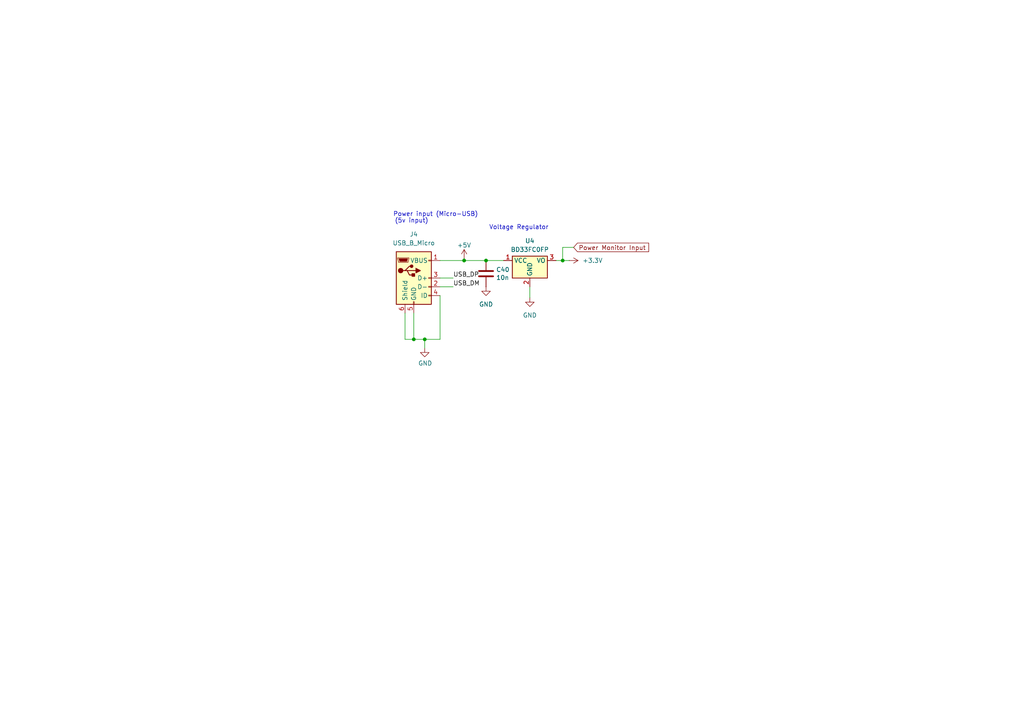
<source format=kicad_sch>
(kicad_sch (version 20250114) (generator "eeschema") (generator_version "9.0")
  (paper "A4")
  (lib_symbols
    (symbol "Connector:USB_B_Micro" (pin_names (offset 1.016))
      (property "Reference" "J2" (at 0 12.7 0))
      (property "Value" "USB_B_Micro" (at 0 10.16 0))
      (symbol "USB_B_Micro_0_1"
        (rectangle (start -5.08 -7.62) (end 5.08 7.62) (stroke (width 0.254)) (fill (type background)))
        (polyline (pts (xy -4.699 5.842) (xy -4.699 5.588) (xy -4.445 4.826) (xy -4.445 4.572) (xy -1.651 4.572) (xy -1.651 4.826) (xy -1.397 5.588) (xy -1.397 5.842) (xy -4.699 5.842)))
        (polyline (pts (xy -4.318 5.588) (xy -1.778 5.588) (xy -2.032 4.826) (xy -4.064 4.826) (xy -4.318 5.588)) (fill (type outline)))
        (circle (center -3.81 2.159) (radius 0.635) (stroke (width 0.254)) (fill (type outline)))
        (polyline (pts (xy -3.175 2.159) (xy -2.54 2.159) (xy -1.27 3.429) (xy -0.635 3.429)) (stroke (width 0.254)))
        (polyline (pts (xy -2.54 2.159) (xy -1.905 2.159) (xy -1.27 0.889) (xy 0 0.889)) (stroke (width 0.254)))
        (polyline (pts (xy -1.905 2.159) (xy 0.635 2.159)) (stroke (width 0.254)))
        (circle (center -0.635 3.429) (radius 0.381) (stroke (width 0.254)) (fill (type outline)))
        (rectangle (start -0.127 -7.62) (end 0.127 -6.858))
        (rectangle (start 0.254 1.27) (end -0.508 0.508) (stroke (width 0.254)) (fill (type outline)))
        (polyline (pts (xy 0.635 2.794) (xy 0.635 1.524) (xy 1.905 2.159) (xy 0.635 2.794)) (stroke (width 0.254)) (fill (type outline)))
        (rectangle (start 5.08 4.953) (end 4.318 5.207))
        (rectangle (start 5.08 -0.127) (end 4.318 0.127))
        (rectangle (start 5.08 -2.667) (end 4.318 -2.413))
        (rectangle (start 5.08 -5.207) (end 4.318 -4.953))
      )
      (symbol "USB_B_Micro_1_1"
        (pin passive line (at -2.54 -10.16 90) (length 2.54) (name "Shield") (number "6"))
        (pin power_out line (at 0 -10.16 90) (length 2.54) (name "GND") (number "5"))
        (pin power_out line (at 7.62 5.08 180) (length 2.54) (name "VBUS") (number "1"))
        (pin bidirectional line (at 7.62 0 180) (length 2.54) (name "D+") (number "3"))
        (pin bidirectional line (at 7.62 -2.54 180) (length 2.54) (name "D-") (number "2"))
        (pin passive line (at 7.62 -5.08 180) (length 2.54) (name "ID") (number "4"))
      )
    )
    (symbol "Device:C" (pin_numbers (hide yes)) (pin_names (offset 0.254))
      (property "Reference" "C" (at 0.635 2.54 0))
      (property "Value" "C" (at 0.635 -2.54 0))
      (symbol "C_0_1"
        (polyline (pts (xy -2.032 0.762) (xy 2.032 0.762)) (stroke (width 0.508)))
        (polyline (pts (xy -2.032 -0.762) (xy 2.032 -0.762)) (stroke (width 0.508)))
      )
      (symbol "C_1_1"
        (pin passive line (at 0 3.81 270) (length 2.794) (name "~") (number "1"))
        (pin passive line (at 0 -3.81 90) (length 2.794) (name "~") (number "2"))
      )
    )
    (symbol "Regulator_Linear:BD33FC0FP"
      (property "Reference" "U" (at 0 7.62 0))
      (property "Value" "BD33FC0FP" (at 0 5.08 0))
      (symbol "BD33FC0FP_1_1"
        (rectangle (start -5.08 -5.08) (end 5.08 1.27) (stroke (width 0.254)) (fill (type background)))
        (pin power_in line (at -7.62 0 0) (length 2.54) (name "VCC") (number "1"))
        (pin power_in line (at 0 -7.62 90) (length 2.54) (name "GND") (number "2"))
        (pin power_out line (at 7.62 0 180) (length 2.54) (name "VO") (number "3"))
      )
    )
    (symbol "power:+3.3V" (power) (pin_numbers (hide yes)) (pin_names (offset 0) (hide yes))
      (property "Value" "+3.3V" (at 0 3.556 0))
      (symbol "+3.3V_0_1"
        (polyline (pts (xy -0.762 1.27) (xy 0 2.54)))
        (polyline (pts (xy 0 2.54) (xy 0.762 1.27)))
        (polyline (pts (xy 0 0) (xy 0 2.54)))
      )
      (symbol "+3.3V_1_1"
        (pin power_in line (at 0 0 90) (length 0) (name "~") (number "1"))
      )
    )
    (symbol "power:+5V" (power) (pin_numbers (hide yes)) (pin_names (offset 0) (hide yes))
      (property "Value" "+5V" (at 0 3.556 0))
      (symbol "+5V_0_1"
        (polyline (pts (xy -0.762 1.27) (xy 0 2.54)))
        (polyline (pts (xy 0 2.54) (xy 0.762 1.27)))
        (polyline (pts (xy 0 0) (xy 0 2.54)))
      )
      (symbol "+5V_1_1"
        (pin power_in line (at 0 0 90) (length 0) (name "~") (number "1"))
      )
    )
    (symbol "power:GND" (power) (pin_numbers (hide yes)) (pin_names (offset 0) (hide yes))
      (property "Value" "GND" (at 0 -3.81 0))
      (symbol "GND_0_1"
        (polyline (pts (xy 0 0) (xy 0 -1.27) (xy 1.27 -1.27) (xy 0 -2.54) (xy -1.27 -1.27) (xy 0 -1.27)))
      )
      (symbol "GND_1_1"
        (pin power_in line (at 0 0 270) (length 0) (name "~") (number "1"))
      )
    )
  )
  (text "(5v input)" (at 119.38 64.135 0) (effects (font (size 1.27 1.27))))
  (text "Power input (Micro-USB)" (at 126.365 62.23 0) (effects (font (size 1.27 1.27))))
  (text "Voltage Regulator" (at 150.495 66.04 0) (effects (font (size 1.27 1.27))))
  (junction (at 163.195 75.565))
  (junction (at 120.015 98.425))
  (junction (at 140.97 75.565))
  (junction (at 134.62 75.565))
  (junction (at 123.19 98.425))
  (wire (pts (xy 127.635 85.725) (xy 127.635 98.425)))
  (wire (pts (xy 127.635 75.565) (xy 134.62 75.565)))
  (wire (pts (xy 117.475 98.425) (xy 120.015 98.425)))
  (wire (pts (xy 140.97 75.565) (xy 146.05 75.565)))
  (wire (pts (xy 120.015 98.425) (xy 123.19 98.425)))
  (wire (pts (xy 166.37 71.755) (xy 163.195 71.755)))
  (wire (pts (xy 120.015 90.805) (xy 120.015 98.425)))
  (wire (pts (xy 153.67 83.185) (xy 153.67 86.36)))
  (wire (pts (xy 123.19 98.425) (xy 127.635 98.425)))
  (wire (pts (xy 134.62 74.93) (xy 134.62 75.565)))
  (wire (pts (xy 163.195 71.755) (xy 163.195 75.565)))
  (wire (pts (xy 127.635 83.185) (xy 131.445 83.185)))
  (wire (pts (xy 134.62 75.565) (xy 140.97 75.565)))
  (wire (pts (xy 161.29 75.565) (xy 163.195 75.565)))
  (wire (pts (xy 123.19 98.425) (xy 123.19 100.965)))
  (wire (pts (xy 127.635 80.645) (xy 131.445 80.645)))
  (wire (pts (xy 117.475 90.805) (xy 117.475 98.425)))
  (wire (pts (xy 163.195 75.565) (xy 165.1 75.565)))
  (label "USB_DP" (at 131.445 80.645 0))
  (label "USB_DM" (at 131.445 83.185 0))
  (global_label "Power Monitor Input" (shape input) (at 166.37 71.755 0) (property "Intersheetrefs" "${INTERSHEET_REFS}" (effects (hide yes))))
  (symbol (lib_id "Device:C") (at 140.97 79.375 0) (unit 1)
    (property "Reference" "C40" (at 143.891 78.2066 0) (effects (justify left)))
    (property "Value" "10n" (at 143.891 80.518 0) (effects (justify left)))
    (property "Footprint" "Capacitor_SMD:C_0402_1005Metric" (effects (hide yes)))
  )
  (symbol (lib_id "power:+5V") (at 134.62 74.93 0) (unit 1)
    (property "Reference" "#PWR086" (effects (hide yes)))
    (property "Value" "+5V" (at 134.62 71.12 0))
    (property "Description" "Power symbol creates a global label with name \"+5V\"" (effects (hide yes)))
  )
  (symbol (lib_id "Connector:USB_B_Micro") (at 120.015 80.645 0) (unit 1)
    (property "Reference" "J4" (at 120.015 67.945 0))
    (property "Value" "USB_B_Micro" (at 120.015 70.485 0))
    (property "Footprint" "1my_footprints:microUSB" (effects (hide yes)))
    (property "Description" "USB Micro Type B connector" (effects (hide yes)))
  )
  (symbol (lib_id "power:GND") (at 123.19 100.965 0) (unit 1)
    (property "Reference" "#PWR089" (effects (hide yes)))
    (property "Value" "GND" (at 123.317 105.3592 0))
  )
  (symbol (lib_id "power:GND") (at 153.67 86.36 0) (unit 1)
    (property "Reference" "#PWR06" (effects (hide yes)))
    (property "Value" "GND" (at 153.67 91.44 0))
    (property "Description" "Power symbol creates a global label with name \"GND\" , ground" (effects (hide yes)))
  )
  (symbol (lib_id "power:GND") (at 140.97 83.185 0) (unit 1)
    (property "Reference" "#PWR087" (effects (hide yes)))
    (property "Value" "GND" (at 140.97 88.265 0))
    (property "Description" "Power symbol creates a global label with name \"GND\" , ground" (effects (hide yes)))
  )
  (symbol (lib_id "Regulator_Linear:BD33FC0FP") (at 153.67 75.565 0) (unit 1)
    (property "Reference" "U4" (at 153.67 69.85 0))
    (property "Value" "BD33FC0FP" (at 153.67 72.39 0))
    (property "Footprint" "Package_TO_SOT_SMD:TO-252-2" (effects (hide yes)))
    (property "Datasheet" "https://fscdn.rohm.com/en/products/databook/datasheet/ic/power/linear_regulator/bdxxfc0wefj-e.pdf" (effects (hide yes)))
    (property "Description" "1A, 3.3V LDO regulator with OVP & TSP, without enable, TO-252" (effects (hide yes)))
  )
  (symbol (lib_id "power:+3.3V") (at 165.1 75.565 270) (unit 1)
    (property "Reference" "#PWR088" (effects (hide yes)))
    (property "Value" "+3.3V" (at 168.91 75.5649 90) (effects (justify left)))
    (property "Description" "Power symbol creates a global label with name \"+3.3V\"" (effects (hide yes)))
  )
)
</source>
